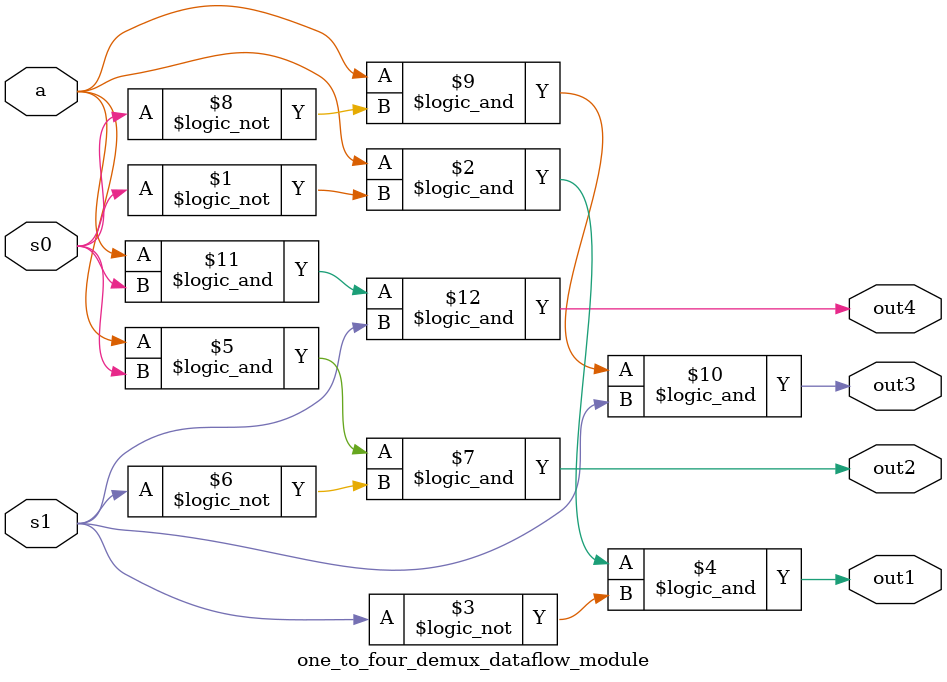
<source format=v>

module one_to_four_demux_dataflow_module (a, s0, s1, out1, out2, out3, out4);
	input a;
	input s0, s1;	
	output out1, out2, out3, out4;

	//Fill this out
	assign out1 = (a && !s0 &&!s1);
	assign out2 = (a && s0 &&!s1);
	assign out3 = (a && !s0 &&s1);
	assign out4 = (a && s0 &&s1);

endmodule

</source>
